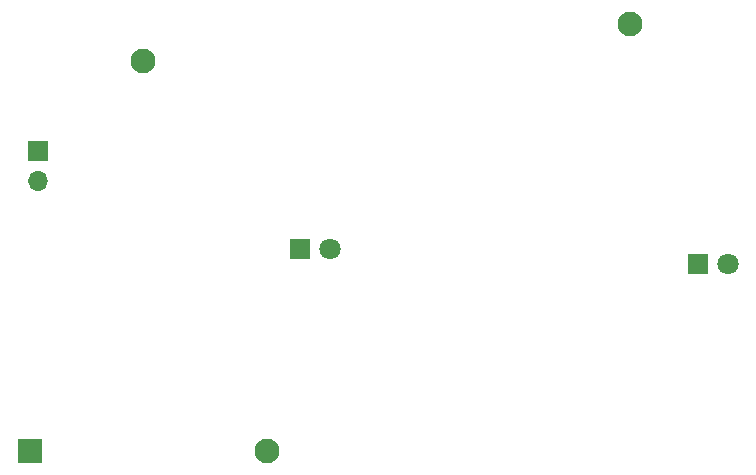
<source format=gbr>
%TF.GenerationSoftware,KiCad,Pcbnew,5.1.6-c6e7f7d~87~ubuntu19.10.1*%
%TF.CreationDate,2020-12-09T03:37:03-08:00*%
%TF.ProjectId,robocrob,726f626f-6372-46f6-922e-6b696361645f,rev?*%
%TF.SameCoordinates,Original*%
%TF.FileFunction,Soldermask,Top*%
%TF.FilePolarity,Negative*%
%FSLAX46Y46*%
G04 Gerber Fmt 4.6, Leading zero omitted, Abs format (unit mm)*
G04 Created by KiCad (PCBNEW 5.1.6-c6e7f7d~87~ubuntu19.10.1) date 2020-12-09 03:37:03*
%MOMM*%
%LPD*%
G01*
G04 APERTURE LIST*
%ADD10C,2.100000*%
%ADD11R,2.100000X2.100000*%
%ADD12O,1.700000X1.700000*%
%ADD13R,1.700000X1.700000*%
%ADD14C,1.800000*%
%ADD15R,1.800000X1.800000*%
G04 APERTURE END LIST*
D10*
%TO.C,BT1*%
X38415000Y-53975000D03*
D11*
X18415000Y-53975000D03*
%TD*%
D12*
%TO.C,J1*%
X19050000Y-31115000D03*
D13*
X19050000Y-28575000D03*
%TD*%
D10*
%TO.C,REF\u002A\u002A*%
X27940000Y-20955000D03*
%TD*%
%TO.C,REF\u002A\u002A*%
X69215000Y-17780000D03*
%TD*%
D14*
%TO.C,DRIGHT1*%
X77470000Y-38100000D03*
D15*
X74930000Y-38100000D03*
%TD*%
D14*
%TO.C,DLEFT1*%
X43815000Y-36830000D03*
D15*
X41275000Y-36830000D03*
%TD*%
M02*

</source>
